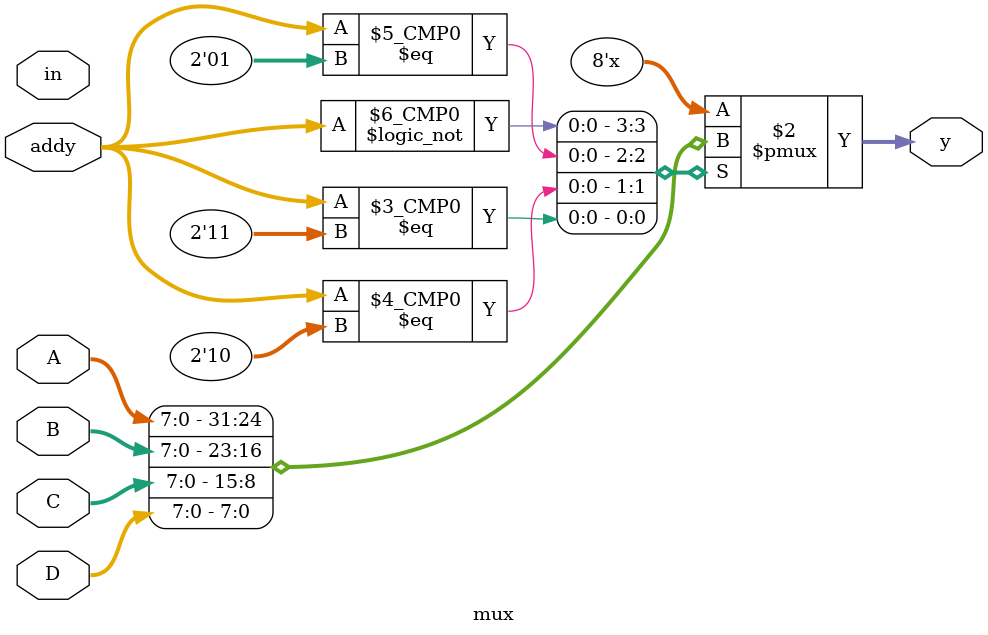
<source format=v>
`timescale 1ns / 1ps


module mux(
    input [7:0] in,
    input [1:0] addy, 
    input [7:0] A,
    input [7:0] B,
    input [7:0] C,
    input [7:0] D,
    output reg [7:0] y
    );
    always@(*) begin
        case(addy)
            2'b00: y <= A;
            2'b01: y <= B;
            2'b10: y <= C;
            2'b11: y <= D;
        endcase    
     end     
endmodule

</source>
